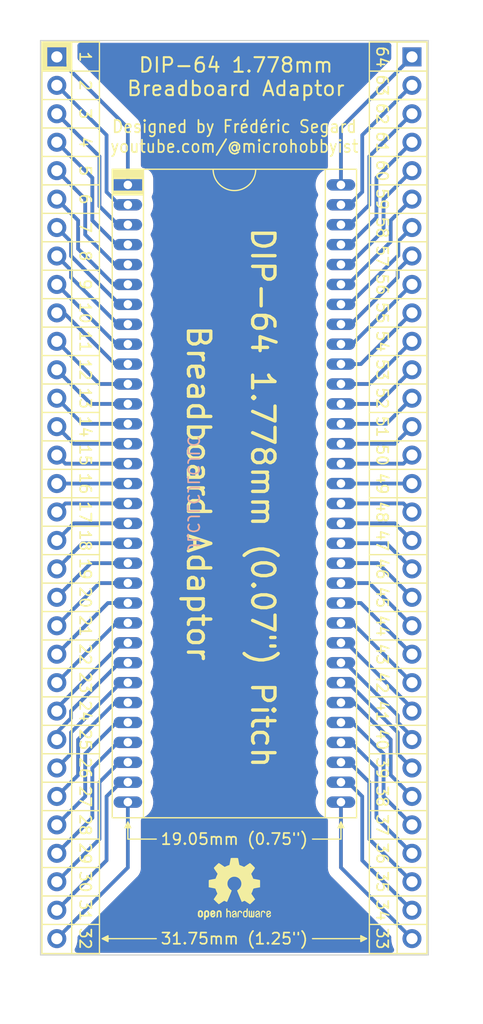
<source format=kicad_pcb>
(kicad_pcb (version 20221018) (generator pcbnew)
  (title_block (title "1.778 to 2.54 DIP adaptor") (date "2023-08-26") (rev "1") (company "Frédéric Segard") (comment 1 "@microhobbyist"))
  (layers (0 "F.Cu" signal) (31 "B.Cu" signal) (34 "B.Paste" user) (35 "F.Paste" user) (36 "B.SilkS" user "B.Silkscreen") (37 "F.SilkS" user "F.Silkscreen") (38 "B.Mask" user) (39 "F.Mask" user) (44 "Edge.Cuts" user))
  (net 0 "")
  (net 1 "/1")
  (net 2 "/2")
  (net 3 "/3")
  (net 4 "/4")
  (net 5 "/5")
  (net 6 "/6")
  (net 7 "/7")
  (net 8 "/8")
  (net 9 "/9")
  (net 10 "/10")
  (net 11 "/11")
  (net 12 "/12")
  (net 13 "/13")
  (net 14 "/14")
  (net 15 "/15")
  (net 16 "/16")
  (net 17 "/17")
  (net 18 "/18")
  (net 19 "/19")
  (net 20 "/20")
  (net 21 "/21")
  (net 22 "/22")
  (net 23 "/23")
  (net 24 "/24")
  (net 25 "/25")
  (net 26 "/26")
  (net 27 "/27")
  (net 28 "/28")
  (net 29 "/29")
  (net 30 "/30")
  (net 31 "/31")
  (net 32 "/32")
  (net 33 "/64")
  (net 34 "/63")
  (net 35 "/62")
  (net 36 "/61")
  (net 37 "/60")
  (net 38 "/59")
  (net 39 "/58")
  (net 40 "/57")
  (net 41 "/56")
  (net 42 "/55")
  (net 43 "/54")
  (net 44 "/53")
  (net 45 "/52")
  (net 46 "/51")
  (net 47 "/50")
  (net 48 "/49")
  (net 49 "/48")
  (net 50 "/47")
  (net 51 "/46")
  (net 52 "/45")
  (net 53 "/44")
  (net 54 "/43")
  (net 55 "/42")
  (net 56 "/41")
  (net 57 "/40")
  (net 58 "/39")
  (net 59 "/38")
  (net 60 "/37")
  (net 61 "/36")
  (net 62 "/35")
  (net 63 "/34")
  (net 64 "/33")
  (footprint "0_Library:DIP 64 1.778 pitch" (layer "F.Cu") (at 118.11 57.15)
    (fp_text reference "U1" hide)
    (fp_text value "DIP-64 1.778mm (0.07\") Pitch" hide)
  )
  (footprint "Connector_PinHeader_2.54mm:PinHeader_1x32_P2.54mm_Vertical" (layer "F.Cu") (at 143.51 45.72)
    (fp_text reference "J2" hide)
    (fp_text value "Header" hide)
  )
  (footprint "Connector_PinHeader_2.54mm:PinHeader_1x32_P2.54mm_Vertical" (layer "F.Cu") (at 111.76 45.72)
    (fp_text reference "J1" hide)
    (fp_text value "Header" hide)
  )
  (footprint "Symbol:OSHW-Logo2_7.3x6mm_SilkScreen" (layer "F.Cu") (at 127.635 120.015)
    (fp_text reference "REF1" hide)
    (fp_text value "OSHW-Logo2_7.3x6mm_SilkScreen" hide)
  )
  (gr_line (start 144.78 118.11) (end 139.7 118.11) (stroke (width 0.12)) (layer "F.SilkS"))
  (gr_line (start 110.49 54.61) (end 115.57 54.61) (stroke (width 0.12)) (layer "F.SilkS"))
  (gr_line (start 110.49 97.79) (end 115.57 97.79) (stroke (width 0.12)) (layer "F.SilkS"))
  (gr_line (start 115.824 124.46) (end 116.332 124.333) (stroke (width 0.12)) (layer "F.SilkS"))
  (gr_line (start 110.49 100.33) (end 115.57 100.33) (stroke (width 0.12)) (layer "F.SilkS"))
  (gr_line (start 110.49 115.57) (end 115.57 115.57) (stroke (width 0.12)) (layer "F.SilkS"))
  (gr_line (start 144.8308 46.99) (end 139.7 46.99) (stroke (width 0.12)) (layer "F.SilkS"))
  (gr_line (start 113.09 46.99) (end 113.09 44.39) (stroke (width 0.12)) (layer "F.SilkS"))
  (gr_line (start 144.78 72.39) (end 139.7 72.39) (stroke (width 0.12)) (layer "F.SilkS"))
  (gr_line (start 110.49 107.95) (end 115.57 107.95) (stroke (width 0.12)) (layer "F.SilkS"))
  (gr_line (start 116.713 56.1594) (end 119.507 56.1594) (stroke (width 0.12)) (layer "F.SilkS"))
  (gr_line (start 136.906 114.554) (end 137.16 114.046) (stroke (width 0.12)) (layer "F.SilkS"))
  (gr_line (start 117.856 114.554) (end 118.11 114.046) (stroke (width 0.12)) (layer "F.SilkS"))
  (gr_line (start 110.6424 46.8122) (end 112.8776 46.8122) (stroke (width 0.4)) (layer "F.SilkS"))
  (gr_line (start 110.49 57.15) (end 115.57 57.15) (stroke (width 0.12)) (layer "F.SilkS"))
  (gr_line (start 110.49 87.63) (end 115.57 87.63) (stroke (width 0.12)) (layer "F.SilkS"))
  (gr_line (start 116.713 57.9374) (end 119.507 57.9374) (stroke (width 0.12)) (layer "F.SilkS"))
  (gr_line (start 144.78 120.65) (end 139.7 120.65) (stroke (width 0.12)) (layer "F.SilkS"))
  (gr_line (start 144.78 67.31) (end 139.7 67.31) (stroke (width 0.12)) (layer "F.SilkS"))
  (gr_line (start 144.78 107.95) (end 139.7 107.95) (stroke (width 0.12)) (layer "F.SilkS"))
  (gr_line (start 116.713 56.4642) (end 119.507 56.4642) (stroke (width 0.12)) (layer "F.SilkS"))
  (gr_line (start 144.78 77.47) (end 139.7 77.47) (stroke (width 0.12)) (layer "F.SilkS"))
  (gr_line (start 144.78 100.33) (end 139.7 100.33) (stroke (width 0.12)) (layer "F.SilkS"))
  (gr_line (start 144.78 74.93) (end 139.7 74.93) (stroke (width 0.12)) (layer "F.SilkS"))
  (gr_line (start 110.49 49.53) (end 115.57 49.53) (stroke (width 0.12)) (layer "F.SilkS"))
  (gr_line (start 138.938 124.714) (end 139.446 124.46) (stroke (width 0.12)) (layer "F.SilkS"))
  (gr_line (start 134.62 115.57) (end 137.16 115.57) (stroke (width 0.12)) (layer "F.SilkS"))
  (gr_line (start 116.332 124.714) (end 116.332 124.206) (stroke (width 0.12)) (layer "F.SilkS"))
  (gr_line (start 134.62 124.46) (end 139.446 124.46) (stroke (width 0.12)) (layer "F.SilkS"))
  (gr_line (start 118.11 114.046) (end 118.364 114.554) (stroke (width 0.12)) (layer "F.SilkS"))
  (gr_line (start 116.332 124.206) (end 115.824 124.46) (stroke (width 0.12)) (layer "F.SilkS"))
  (gr_line (start 144.78 85.09) (end 139.7 85.09) (stroke (width 0.12)) (layer "F.SilkS"))
  (gr_line (start 144.78 92.71) (end 139.7 92.71) (stroke (width 0.12)) (layer "F.SilkS"))
  (gr_line (start 110.49 123.19) (end 115.57 123.19) (stroke (width 0.12)) (layer "F.SilkS"))
  (gr_line (start 118.11 115.57) (end 118.11 114.046) (stroke (width 0.12)) (layer "F.SilkS"))
  (gr_line (start 112.8776 46.8122) (end 112.8776 44.577) (stroke (width 0.4)) (layer "F.SilkS"))
  (gr_line (start 116.332 124.587) (end 115.824 124.46) (stroke (width 0.12)) (layer "F.SilkS"))
  (gr_line (start 139.446 124.46) (end 138.938 124.206) (stroke (width 0.12)) (layer "F.SilkS"))
  (gr_line (start 110.49 105.41) (end 115.57 105.41) (stroke (width 0.12)) (layer "F.SilkS"))
  (gr_line (start 139.7 44.39) (end 139.7 125.79) (stroke (width 0.12)) (layer "F.SilkS"))
  (gr_line (start 144.78 115.57) (end 139.7 115.57) (stroke (width 0.12)) (layer "F.SilkS"))
  (gr_line (start 110.49 59.69) (end 115.57 59.69) (stroke (width 0.12)) (layer "F.SilkS"))
  (gr_line (start 144.78 87.63) (end 139.7 87.63) (stroke (width 0.12)) (layer "F.SilkS"))
  (gr_line (start 110.49 64.77) (end 115.57 64.77) (stroke (width 0.12)) (layer "F.SilkS"))
  (gr_line (start 144.78 80.01) (end 139.7 80.01) (stroke (width 0.12)) (layer "F.SilkS"))
  (gr_line (start 144.78 95.25) (end 139.7 95.25) (stroke (width 0.12)) (layer "F.SilkS"))
  (gr_line (start 118.11 114.046) (end 118.237 114.554) (stroke (width 0.12)) (layer "F.SilkS"))
  (gr_line (start 116.713 57.7342) (end 119.507 57.7342) (stroke (width 0.12)) (layer "F.SilkS"))
  (gr_line (start 118.11 114.046) (end 117.983 114.554) (stroke (width 0.12)) (layer "F.SilkS"))
  (gr_line (start 110.49 95.25) (end 115.57 95.25) (stroke (width 0.12)) (layer "F.SilkS"))
  (gr_line (start 115.57 44.39) (end 115.57 125.79) (stroke (width 0.12)) (layer "F.SilkS"))
  (gr_line (start 142.18 45.72) (end 142.18 46.99) (stroke (width 0.12)) (layer "F.SilkS"))
  (gr_line (start 137.16 114.046) (end 137.033 114.554) (stroke (width 0.12)) (layer "F.SilkS"))
  (gr_line (start 110.49 62.23) (end 115.57 62.23) (stroke (width 0.12)) (layer "F.SilkS"))
  (gr_line (start 110.49 67.31) (end 115.57 67.31) (stroke (width 0.12)) (layer "F.SilkS"))
  (gr_line (start 144.78 62.23) (end 139.7 62.23) (stroke (width 0.12)) (layer "F.SilkS"))
  (gr_line (start 138.938 124.206) (end 139.446 124.46) (stroke (width 0.12)) (layer "F.SilkS"))
  (gr_line (start 113.09 44.39) (end 115.57 44.39) (stroke (width 0.12)) (layer "F.SilkS"))
  (gr_line (start 144.78 113.03) (end 139.7 113.03) (stroke (width 0.12)) (layer "F.SilkS"))
  (gr_line (start 144.78 105.41) (end 139.7 105.41) (stroke (width 0.12)) (layer "F.SilkS"))
  (gr_line (start 144.78 54.61) (end 139.7 54.61) (stroke (width 0.12)) (layer "F.SilkS"))
  (gr_line (start 110.49 120.65) (end 115.57 120.65) (stroke (width 0.12)) (layer "F.SilkS"))
  (gr_line (start 144.78 52.07) (end 139.7 52.07) (stroke (width 0.12)) (layer "F.SilkS"))
  (gr_line (start 116.713 56.261) (end 119.507 56.261) (stroke (width 0.12)) (layer "F.SilkS"))
  (gr_line (start 110.49 82.55) (end 115.57 82.55) (stroke (width 0.12)) (layer "F.SilkS"))
  (gr_line (start 139.7 44.39) (end 144.84 44.39) (stroke (width 0.12)) (layer "F.SilkS"))
  (gr_line (start 137.16 115.57) (end 137.16 114.046) (stroke (width 0.12)) (layer "F.SilkS"))
  (gr_line (start 116.713 56.5658) (end 119.507 56.5658) (stroke (width 0.12)) (layer "F.SilkS"))
  (gr_line (start 110.49 77.47) (end 115.57 77.47) (stroke (width 0.12)) (layer "F.SilkS"))
  (gr_line (start 110.43 46.99) (end 110.43 45.6946) (stroke (width 0.12)) (layer "F.SilkS"))
  (gr_line (start 119.4562 57.7342) (end 119.4562 56.5404) (stroke (width 0.12)) (layer "F.SilkS"))
  (gr_line (start 112.6998 46.6598) (end 112.6998 44.7802) (stroke (width 0.15)) (layer "F.SilkS"))
  (gr_line (start 137.16 114.046) (end 137.287 114.554) (stroke (width 0.12)) (layer "F.SilkS"))
  (gr_line (start 118.364 114.554) (end 117.856 114.554) (stroke (width 0.12)) (layer "F.SilkS"))
  (gr_line (start 110.49 52.07) (end 115.57 52.07) (stroke (width 0.12)) (layer "F.SilkS"))
  (gr_line (start 110.49 110.49) (end 115.57 110.49) (stroke (width 0.12)) (layer "F.SilkS"))
  (gr_line (start 144.78 110.49) (end 139.7 110.49) (stroke (width 0.12)) (layer "F.SilkS"))
  (gr_line (start 116.713 55.8546) (end 119.507 55.8546) (stroke (width 0.12)) (layer "F.SilkS"))
  (gr_line (start 110.49 80.01) (end 115.57 80.01) (stroke (width 0.12)) (layer "F.SilkS"))
  (gr_line (start 139.446 124.46) (end 138.938 124.333) (stroke (width 0.12)) (layer "F.SilkS"))
  (gr_line (start 116.713 57.8358) (end 119.507 57.8358) (stroke (width 0.12)) (layer "F.SilkS"))
  (gr_line (start 137.16 114.046) (end 137.414 114.554) (stroke (width 0.12)) (layer "F.SilkS"))
  (gr_line (start 144.78 82.55) (end 139.7 82.55) (stroke (width 0.12)) (layer "F.SilkS"))
  (gr_line (start 142.18 125.79) (end 139.7 125.79) (stroke (width 0.12)) (layer "F.SilkS"))
  (gr_line (start 110.49 69.85) (end 115.57 69.85) (stroke (width 0.12)) (layer "F.SilkS"))
  (gr_line (start 110.49 85.09) (end 115.57 85.09) (stroke (width 0.12)) (layer "F.SilkS"))
  (gr_line (start 116.713 56.0578) (end 119.507 56.0578) (stroke (width 0.12)) (layer "F.SilkS"))
  (gr_line (start 144.84 46.99) (end 144.84 44.39) (stroke (width 0.12)) (layer "F.SilkS"))
  (gr_line (start 115.57 46.99) (end 113.09 46.99) (stroke (width 0.12)) (layer "F.SilkS"))
  (gr_line (start 144.78 49.53) (end 139.7 49.53) (stroke (width 0.15)) (layer "F.SilkS"))
  (gr_line (start 144.78 97.79) (end 139.7 97.79) (stroke (width 0.12)) (layer "F.SilkS"))
  (gr_line (start 116.713 55.9562) (end 119.507 55.9562) (stroke (width 0.12)) (layer "F.SilkS"))
  (gr_line (start 112.8776 44.577) (end 110.6424 44.577) (stroke (width 0.4)) (layer "F.SilkS"))
  (gr_line (start 116.713 56.3626) (end 119.507 56.3626) (stroke (width 0.12)) (layer "F.SilkS"))
  (gr_line (start 110.49 92.71) (end 115.57 92.71) (stroke (width 0.12)) (layer "F.SilkS"))
  (gr_line (start 138.938 124.587) (end 139.446 124.46) (stroke (width 0.12)) (layer "F.SilkS"))
  (gr_line (start 116.7638 57.7723) (end 116.7638 56.5785) (stroke (width 0.12)) (layer "F.SilkS"))
  (gr_line (start 144.78 64.77) (end 139.7 64.77) (stroke (width 0.12)) (layer "F.SilkS"))
  (gr_line (start 116.713 58.039) (end 119.507 58.039) (stroke (width 0.12)) (layer "F.SilkS"))
  (gr_line (start 113.09 125.79) (end 115.57 125.79) (stroke (width 0.12)) (layer "F.SilkS"))
  (gr_line (start 111.76 44.39) (end 113.09 44.39) (stroke (width 0.12)) (layer "F.SilkS"))
  (gr_line (start 110.49 72.39) (end 115.57 72.39) (stroke (width 0.12)) (layer "F.SilkS"))
  (gr_line (start 110.8202 44.7802) (end 110.8202 46.6598) (stroke (width 0.15)) (layer "F.SilkS"))
  (gr_line (start 144.78 90.17) (end 139.7 90.17) (stroke (width 0.12)) (layer "F.SilkS"))
  (gr_line (start 110.8202 46.6598) (end 112.6998 46.6598) (stroke (width 0.15)) (layer "F.SilkS"))
  (gr_line (start 110.6424 44.577) (end 110.6424 46.8122) (stroke (width 0.4)) (layer "F.SilkS"))
  (gr_line (start 110.49 74.93) (end 115.57 74.93) (stroke (width 0.12)) (layer "F.SilkS"))
  (gr_line (start 144.78 69.85) (end 139.7 69.85) (stroke (width 0.12)) (layer "F.SilkS"))
  (gr_line (start 110.49 102.87) (end 115.57 102.87) (stroke (width 0.12)) (layer "F.SilkS"))
  (gr_line (start 120.65 124.46) (end 115.824 124.46) (stroke (width 0.12)) (layer "F.SilkS"))
  (gr_line (start 144.78 59.69) (end 139.7 59.69) (stroke (width 0.12)) (layer "F.SilkS"))
  (gr_line (start 120.65 115.57) (end 118.11 115.57) (stroke (width 0.12)) (layer "F.SilkS"))
  (gr_line (start 112.6998 44.7802) (end 110.8202 44.7802) (stroke (width 0.15)) (layer "F.SilkS"))
  (gr_line (start 144.78 57.15) (end 139.7 57.15) (stroke (width 0.12)) (layer "F.SilkS"))
  (gr_line (start 110.49 118.11) (end 115.57 118.11) (stroke (width 0.12)) (layer "F.SilkS"))
  (gr_line (start 115.824 124.46) (end 116.332 124.714) (stroke (width 0.12)) (layer "F.SilkS"))
  (gr_line (start 138.938 124.714) (end 138.938 124.206) (stroke (width 0.12)) (layer "F.SilkS"))
  (gr_line (start 110.49 113.03) (end 115.57 113.03) (stroke (width 0.12)) (layer "F.SilkS"))
  (gr_line (start 137.414 114.554) (end 136.906 114.554) (stroke (width 0.12)) (layer "F.SilkS"))
  (gr_line (start 144.78 123.19) (end 139.7 123.19) (stroke (width 0.12)) (layer "F.SilkS"))
  (gr_line (start 110.49 90.17) (end 115.57 90.17) (stroke (width 0.12)) (layer "F.SilkS"))
  (gr_line (start 144.78 102.87) (end 139.7 102.87) (stroke (width 0.12)) (layer "F.SilkS"))
  (gr_line (start 110.2995 44.2595) (end 144.9705 44.2595) (stroke (width 0.1)) (layer "Edge.Cuts"))
  (gr_line (start 110.2995 125.9205) (end 110.2995 44.2595) (stroke (width 0.1)) (layer "Edge.Cuts"))
  (gr_line (start 144.9705 44.2595) (end 144.9705 125.9205) (stroke (width 0.1)) (layer "Edge.Cuts"))
  (gr_line (start 144.9705 125.9205) (end 110.2995 125.9205) (stroke (width 0.1)) (layer "Edge.Cuts"))
  (gr_text "JLCJLCJLCJLC" (at 123.952 84.709 270) (layer "B.SilkS") (effects (font (size 1 1)) (justify mirror)))
  (gr_text "27" (at 114.3 111.76 270) (layer "F.SilkS") (effects (font (size 1 1))))
  (gr_text "32" (at 114.3 124.46 270) (layer "F.SilkS") (effects (font (size 1 1))))
  (gr_text "52" (at 140.843 76.2 270) (layer "F.SilkS") (effects (font (size 1 1))))
  (gr_text "30" (at 114.3 119.38 270) (layer "F.SilkS") (effects (font (size 1 1))))
  (gr_text "46" (at 140.843 91.44 270) (layer "F.SilkS") (effects (font (size 1 1))))
  (gr_text "Designed by Frédéric Segard\nyoutube.com/@microhobbyist" (at 127.635 52.832) (layer "F.SilkS") (effects (font (size 1.1 1))))
  (gr_text "33" (at 140.843 124.46 270) (layer "F.SilkS") (effects (font (size 1 1))))
  (gr_text "28" (at 114.3 114.3 270) (layer "F.SilkS") (effects (font (size 1 1))))
  (gr_text "5" (at 114.3 55.88 270) (layer "F.SilkS") (effects (font (size 1 1))))
  (gr_text "57" (at 140.843 63.5 270) (layer "F.SilkS") (effects (font (size 1 1))))
  (gr_text "61" (at 140.843 53.34 270) (layer "F.SilkS") (effects (font (size 1 1))))
  (gr_text "15" (at 114.3 81.28 270) (layer "F.SilkS") (effects (font (size 1 1))))
  (gr_text "4" (at 114.3 53.34 270) (layer "F.SilkS") (effects (font (size 1 1))))
  (gr_text "64" (at 140.843 45.72 270) (layer "F.SilkS") (effects (font (size 1 1))))
  (gr_text "1" (at 114.3 45.72 270) (layer "F.SilkS") (effects (font (size 1 1))))
  (gr_text "55" (at 140.843 68.58 270) (layer "F.SilkS") (effects (font (size 1 1))))
  (gr_text "19" (at 114.3 91.44 270) (layer "F.SilkS") (effects (font (size 1 1))))
  (gr_text "58" (at 140.843 60.96 270) (layer "F.SilkS") (effects (font (size 1 1))))
  (gr_text "56" (at 140.843 66.04 270) (layer "F.SilkS") (effects (font (size 1 1))))
  (gr_text "62" (at 140.843 50.8 270) (layer "F.SilkS") (effects (font (size 1 1))))
  (gr_text "21" (at 114.3 96.52 270) (layer "F.SilkS") (effects (font (size 1 1))))
  (gr_text "63" (at 140.843 48.26 270) (layer "F.SilkS") (effects (font (size 1 1))))
  (gr_text "29" (at 114.3 116.84 270) (layer "F.SilkS") (effects (font (size 1 1))))
  (gr_text "42" (at 140.843 101.6 270) (layer "F.SilkS") (effects (font (size 1 1))))
  (gr_text "45" (at 140.843 93.98 270) (layer "F.SilkS") (effects (font (size 1 1))))
  (gr_text "41" (at 140.843 104.14 270) (layer "F.SilkS") (effects (font (size 1 1))))
  (gr_text "17" (at 114.3 86.36 270) (layer "F.SilkS") (effects (font (size 1 1))))
  (gr_text "16" (at 114.3 83.82 270) (layer "F.SilkS") (effects (font (size 1 1))))
  (gr_text "49" (at 140.843 83.82 270) (layer "F.SilkS") (effects (font (size 1 1))))
  (gr_text "50" (at 140.843 81.28 270) (layer "F.SilkS") (effects (font (size 1 1))))
  (gr_text "24" (at 114.3 104.14 270) (layer "F.SilkS") (effects (font (size 1 1))))
  (gr_text "47" (at 140.843 88.9 270) (layer "F.SilkS") (effects (font (size 1 1))))
  (gr_text "38" (at 140.843 111.76 270) (layer "F.SilkS") (effects (font (size 1 1))))
  (gr_text "31" (at 114.3 121.92 270) (layer "F.SilkS") (effects (font (size 1 1))))
  (gr_text "48" (at 140.843 86.36 270) (layer "F.SilkS") (effects (font (size 1 1))))
  (gr_text "36" (at 140.843 116.84 270) (layer "F.SilkS") (effects (font (size 1 1))))
  (gr_text "53" (at 140.843 73.66 270) (layer "F.SilkS") (effects (font (size 1 1))))
  (gr_text "43" (at 140.843 99.06 270) (layer "F.SilkS") (effects (font (size 1 1))))
  (gr_text "37" (at 140.843 114.3 270) (layer "F.SilkS") (effects (font (size 1 1))))
  (gr_text "60" (at 140.843 55.88 270) (layer "F.SilkS") (effects (font (size 1 1))))
  (gr_text "31.75mm (1.25{dblquote})" (at 127.635 124.46) (layer "F.SilkS") (effects (font (size 1 1))))
  (gr_text "35" (at 140.843 119.38 270) (layer "F.SilkS") (effects (font (size 1 1))))
  (gr_text "59" (at 140.843 58.42 270) (layer "F.SilkS") (effects (font (size 1 1))))
  (gr_text "8" (at 114.3 63.5 270) (layer "F.SilkS") (effects (font (size 1 1))))
  (gr_text "54" (at 140.843 71.12 270) (layer "F.SilkS") (effects (font (size 1 1))))
  (gr_text "22" (at 114.3 99.06 270) (layer "F.SilkS") (effects (font (size 1 1))))
  (gr_text "14" (at 114.3 78.74 270) (layer "F.SilkS") (effects (font (size 1 1))))
  (gr_text "51" (at 140.843 78.74 270) (layer "F.SilkS") (effects (font (size 1 1))))
  (gr_text "3" (at 114.3 50.8 270) (layer "F.SilkS") (effects (font (size 1 1))))
  (gr_text "6" (at 114.3 58.42 270) (layer "F.SilkS") (effects (font (size 1 1))))
  (gr_text "18" (at 114.3 88.9 270) (layer "F.SilkS") (effects (font (size 1 1))))
  (gr_text "39" (at 140.843 109.22 270) (layer "F.SilkS") (effects (font (size 1 1))))
  (gr_text "25" (at 114.3 106.68 270) (layer "F.SilkS") (effects (font (size 1 1))))
  (gr_text "13" (at 114.3 76.2 270) (layer "F.SilkS") (effects (font (size 1 1))))
  (gr_text "26" (at 114.3 109.22 270) (layer "F.SilkS") (effects (font (size 1 1))))
  (gr_text "11" (at 114.3 71.12 270) (layer "F.SilkS") (effects (font (size 1 1))))
  (gr_text "23" (at 114.3 101.6 270) (layer "F.SilkS") (effects (font (size 1 1))))
  (gr_text "7" (at 114.3 60.96 270) (layer "F.SilkS") (effects (font (size 1 1))))
  (gr_text "20" (at 114.3 93.98 270) (layer "F.SilkS") (effects (font (size 1 1))))
  (gr_text "12" (at 114.3 73.66 270) (layer "F.SilkS") (effects (font (size 1 1))))
  (gr_text "2" (at 114.3 48.26 270) (layer "F.SilkS") (effects (font (size 1 1))))
  (gr_text "44" (at 140.843 96.52 270) (layer "F.SilkS") (effects (font (size 1 1))))
  (gr_text "Breadboard Adaptor" (at 124.4346 84.6836 270) (layer "F.SilkS") (effects (font (size 2 2) (thickness 0.3))))
  (gr_text "DIP-64 1.778mm (0.07{dblquote}) Pitch" (at 130.175 85.09 270) (layer "F.SilkS") (effects (font (size 2 2) (thickness 0.3))))
  (gr_text "34" (at 140.843 121.92 270) (layer "F.SilkS") (effects (font (size 1 1))))
  (gr_text "9" (at 114.3 66.04 270) (layer "F.SilkS") (effects (font (size 1 1))))
  (gr_text "10" (at 114.3 68.58 270) (layer "F.SilkS") (effects (font (size 1 1))))
  (gr_text "40" (at 140.843 106.68 270) (layer "F.SilkS") (effects (font (size 1 1))))
  (gr_text "DIP-64 1.778mm\nBreadboard Adaptor" (at 127.762 47.498) (layer "F.SilkS") (effects (font (size 1.3 1.3) (thickness 0.18))))
  (gr_text "19.05mm (0.75{dblquote})" (at 127.635 115.57) (layer "F.SilkS") (effects (font (size 1 1))))
  (segment (start 118.11 57.15) (end 118.11 52.07) (width 0.333) (layer "F.Cu") (net 1))
  (segment (start 118.11 52.07) (end 111.76 45.72) (width 0.333) (layer "F.Cu") (net 1))
  (segment (start 111.76 45.72) (end 118.11 52.07) (width 0.333) (layer "B.Cu") (net 1))
  (segment (start 118.11 52.07) (end 118.11 57.15) (width 0.333) (layer "B.Cu") (net 1))
  (segment (start 118.11 58.928) (end 117.348 58.928) (width 0.333) (layer "F.Cu") (net 2))
  (segment (start 116.205 52.705) (end 111.76 48.26) (width 0.333) (layer "F.Cu") (net 2))
  (segment (start 116.205 57.785) (end 116.205 52.705) (width 0.333) (layer "F.Cu") (net 2))
  (segment (start 117.348 58.928) (end 116.205 57.785) (width 0.333) (layer "F.Cu") (net 2))
  (segment (start 116.205 52.705) (end 116.205 57.785) (width 0.333) (layer "B.Cu") (net 2))
  (segment (start 117.348 58.928) (end 118.11 58.928) (width 0.333) (layer "B.Cu") (net 2))
  (segment (start 116.205 57.785) (end 117.348 58.928) (width 0.333) (layer "B.Cu") (net 2))
  (segment (start 111.76 48.26) (end 116.205 52.705) (width 0.333) (layer "B.Cu") (net 2))
  (segment (start 115.57 59.055) (end 117.221 60.706) (width 0.333) (layer "F.Cu") (net 3))
  (segment (start 111.76 50.8) (end 115.57 54.61) (width 0.333) (layer "F.Cu") (net 3))
  (segment (start 115.57 54.61) (end 115.57 59.055) (width 0.333) (layer "F.Cu") (net 3))
  (segment (start 117.221 60.706) (end 118.11 60.706) (width 0.333) (layer "F.Cu") (net 3))
  (segment (start 115.57 59.055) (end 117.221 60.706) (width 0.333) (layer "B.Cu") (net 3))
  (segment (start 115.57 54.61) (end 111.76 50.8) (width 0.333) (layer "B.Cu") (net 3))
  (segment (start 115.57 54.61) (end 115.57 59.055) (width 0.333) (layer "B.Cu") (net 3))
  (segment (start 117.221 60.706) (end 118.11 60.706) (width 0.333) (layer "B.Cu") (net 3))
  (segment (start 114.935 56.515) (end 114.935 60.325) (width 0.333) (layer "F.Cu") (net 4))
  (segment (start 114.935 60.325) (end 117.094 62.484) (width 0.333) (layer "F.Cu") (net 4))
  (segment (start 111.76 53.34) (end 114.935 56.515) (width 0.333) (layer "F.Cu") (net 4))
  (segment (start 117.094 62.484) (end 118.11 62.484) (width 0.333) (layer "F.Cu") (net 4))
  (segment (start 114.935 60.325) (end 114.935 56.515) (width 0.333) (layer "B.Cu") (net 4))
  (segment (start 117.094 62.484) (end 114.935 60.325) (width 0.333) (layer "B.Cu") (net 4))
  (segment (start 118.11 62.484) (end 117.094 62.484) (width 0.333) (layer "B.Cu") (net 4))
  (segment (start 114.935 56.515) (end 111.76 53.34) (width 0.333) (layer "B.Cu") (net 4))
  (segment (start 116.967 64.262) (end 118.11 64.262) (width 0.333) (layer "F.Cu") (net 5))
  (segment (start 114.3 61.595) (end 116.967 64.262) (width 0.333) (layer "F.Cu") (net 5))
  (segment (start 114.3 58.42) (end 114.3 61.595) (width 0.333) (layer "F.Cu") (net 5))
  (segment (start 111.76 55.88) (end 114.3 58.42) (width 0.333) (layer "F.Cu") (net 5))
  (segment (start 116.967 64.262) (end 114.3 61.595) (width 0.333) (layer "B.Cu") (net 5))
  (segment (start 114.3 58.42) (end 111.76 55.88) (width 0.333) (layer "B.Cu") (net 5))
  (segment (start 118.11 64.262) (end 116.967 64.262) (width 0.333) (layer "B.Cu") (net 5))
  (segment (start 114.3 61.595) (end 114.3 58.42) (width 0.333) (layer "B.Cu") (net 5))
  (segment (start 111.76 58.42) (end 113.665 60.325) (width 0.333) (layer "F.Cu") (net 6))
  (segment (start 113.665 62.865) (end 116.84 66.04) (width 0.333) (layer "F.Cu") (net 6))
  (segment (start 113.665 60.325) (end 113.665 62.865) (width 0.333) (layer "F.Cu") (net 6))
  (segment (start 116.84 66.04) (end 118.11 66.04) (width 0.333) (layer "F.Cu") (net 6))
  (segment (start 116.84 66.04) (end 113.665 62.865) (width 0.333) (layer "B.Cu") (net 6))
  (segment (start 118.11 66.04) (end 116.84 66.04) (width 0.333) (layer "B.Cu") (net 6))
  (segment (start 113.665 60.325) (end 111.76 58.42) (width 0.333) (layer "B.Cu") (net 6))
  (segment (start 113.665 62.865) (end 113.665 60.325) (width 0.333) (layer "B.Cu") (net 6))
  (segment (start 113.03 62.23) (end 113.03 63.5) (width 0.333) (layer "F.Cu") (net 7))
  (segment (start 117.348 67.818) (end 118.11 67.818) (width 0.333) (layer "F.Cu") (net 7))
  (segment (start 113.03 63.5) (end 117.348 67.818) (width 0.333) (layer "F.Cu") (net 7))
  (segment (start 111.76 60.96) (end 113.03 62.23) (width 0.333) (layer "F.Cu") (net 7))
  (segment (start 113.03 62.23) (end 113.03 63.5) (width 0.333) (layer "B.Cu") (net 7))
  (segment (start 113.03 63.5) (end 117.348 67.818) (width 0.333) (layer "B.Cu") (net 7))
  (segment (start 111.76 60.96) (end 113.03 62.23) (width 0.333) (layer "B.Cu") (net 7))
  (segment (start 117.348 67.818) (end 118.11 67.818) (width 0.333) (layer "B.Cu") (net 7))
  (segment (start 111.76 63.5) (end 113.03 64.77) (width 0.333) (layer "F.Cu") (net 8))
  (segment (start 117.221 69.596) (end 118.11 69.596) (width 0.333) (layer "F.Cu") (net 8))
  (segment (start 113.03 65.405) (end 117.221 69.596) (width 0.333) (layer "F.Cu") (net 8))
  (segment (start 113.03 64.77) (end 113.03 65.405) (width 0.333) (layer "F.Cu") (net 8))
  (segment (start 111.76 63.5) (end 113.03 64.77) (width 0.333) (layer "B.Cu") (net 8))
  (segment (start 118.11 69.596) (end 117.221 69.596) (width 0.333) (layer "B.Cu") (net 8))
  (segment (start 113.03 65.405) (end 113.03 64.77) (width 0.333) (layer "B.Cu") (net 8))
  (segment (start 117.221 69.596) (end 113.03 65.405) (width 0.333) (layer "B.Cu") (net 8))
  (segment (start 117.094 71.374) (end 118.11 71.374) (width 0.333) (layer "F.Cu") (net 9))
  (segment (start 111.76 66.04) (end 117.094 71.374) (width 0.333) (layer "F.Cu") (net 9))
  (segment (start 111.76 66.04) (end 117.094 71.374) (width 0.333) (layer "B.Cu") (net 9))
  (segment (start 117.094 71.374) (end 118.11 71.374) (width 0.333) (layer "B.Cu") (net 9))
  (segment (start 116.967 73.152) (end 118.11 73.152) (width 0.333) (layer "F.Cu") (net 10))
  (segment (start 112.395 68.58) (end 116.967 73.152) (width 0.333) (layer "F.Cu") (net 10))
  (segment (start 111.76 68.58) (end 112.395 68.58) (width 0.333) (layer "F.Cu") (net 10))
  (segment (start 116.967 73.152) (end 112.395 68.58) (width 0.333) (layer "B.Cu") (net 10))
  (segment (start 112.395 68.58) (end 111.76 68.58) (width 0.333) (layer "B.Cu") (net 10))
  (segment (start 118.11 73.152) (end 116.967 73.152) (width 0.333) (layer "B.Cu") (net 10))
  (segment (start 111.76 71.12) (end 115.57 74.93) (width 0.333) (layer "F.Cu") (net 11))
  (segment (start 115.57 74.93) (end 118.11 74.93) (width 0.333) (layer "F.Cu") (net 11))
  (segment (start 115.57 74.93) (end 118.11 74.93) (width 0.333) (layer "B.Cu") (net 11))
  (segment (start 111.76 71.12) (end 115.57 74.93) (width 0.333) (layer "B.Cu") (net 11))
  (segment (start 114.808 76.708) (end 118.11 76.708) (width 0.333) (layer "F.Cu") (net 12))
  (segment (start 111.76 73.66) (end 114.808 76.708) (width 0.333) (layer "F.Cu") (net 12))
  (segment (start 114.808 76.708) (end 118.11 76.708) (width 0.333) (layer "B.Cu") (net 12))
  (segment (start 111.76 73.66) (end 114.808 76.708) (width 0.333) (layer "B.Cu") (net 12))
  (segment (start 111.76 76.2) (end 114.046 78.486) (width 0.333) (layer "F.Cu") (net 13))
  (segment (start 114.046 78.486) (end 118.11 78.486) (width 0.333) (layer "F.Cu") (net 13))
  (segment (start 114.046 78.486) (end 118.11 78.486) (width 0.333) (layer "B.Cu") (net 13))
  (segment (start 111.76 76.2) (end 114.046 78.486) (width 0.333) (layer "B.Cu") (net 13))
  (segment (start 113.284 80.264) (end 118.11 80.264) (width 0.333) (layer "F.Cu") (net 14))
  (segment (start 111.76 78.74) (end 113.284 80.264) (width 0.333) (layer "F.Cu") (net 14))
  (segment (start 113.284 80.264) (end 118.11 80.264) (width 0.333) (layer "B.Cu") (net 14))
  (segment (start 111.76 78.74) (end 113.284 80.264) (width 0.333) (layer "B.Cu") (net 14))
  (segment (start 118.11 82.042) (end 112.522 82.042) (width 0.333) (layer "F.Cu") (net 15))
  (segment (start 112.522 82.042) (end 111.76 81.28) (width 0.333) (layer "F.Cu") (net 15))
  (segment (start 111.76 81.28) (end 112.522 82.042) (width 0.333) (layer "B.Cu") (net 15))
  (segment (start 112.522 82.042) (end 118.11 82.042) (width 0.333) (layer "B.Cu") (net 15))
  (segment (start 118.11 83.82) (end 111.76 83.82) (width 0.333) (layer "F.Cu") (net 16))
  (segment (start 118.11 83.82) (end 111.76 83.82) (width 0.333) (layer "B.Cu") (net 16))
  (segment (start 118.11 85.598) (end 112.522 85.598) (width 0.333) (layer "F.Cu") (net 17))
  (segment (start 112.522 85.598) (end 111.76 86.36) (width 0.333) (layer "F.Cu") (net 17))
  (segment (start 112.522 85.598) (end 111.76 86.36) (width 0.333) (layer "B.Cu") (net 17))
  (segment (start 118.11 85.598) (end 112.522 85.598) (width 0.333) (layer "B.Cu") (net 17))
  (segment (start 118.11 87.376) (end 113.284 87.376) (width 0.333) (layer "F.Cu") (net 18))
  (segment (start 113.284 87.376) (end 111.76 88.9) (width 0.333) (layer "F.Cu") (net 18))
  (segment (start 118.11 87.376) (end 113.284 87.376) (width 0.333) (layer "B.Cu") (net 18))
  (segment (start 113.284 87.376) (end 111.76 88.9) (width 0.333) (layer "B.Cu") (net 18))
  (segment (start 118.11 89.154) (end 114.046 89.154) (width 0.333) (layer "F.Cu") (net 19))
  (segment (start 114.046 89.154) (end 111.76 91.44) (width 0.333) (layer "F.Cu") (net 19))
  (segment (start 118.11 89.154) (end 114.046 89.154) (width 0.333) (layer "B.Cu") (net 19))
  (segment (start 114.046 89.154) (end 111.76 91.44) (width 0.333) (layer "B.Cu") (net 19))
  (segment (start 114.808 90.932) (end 118.11 90.932) (width 0.333) (layer "F.Cu") (net 20))
  (segment (start 111.76 93.98) (end 114.808 90.932) (width 0.333) (layer "F.Cu") (net 20))
  (segment (start 114.808 90.932) (end 111.76 93.98) (width 0.333) (layer "B.Cu") (net 20))
  (segment (start 118.11 90.932) (end 114.808 90.932) (width 0.333) (layer "B.Cu") (net 20))
  (segment (start 115.57 92.71) (end 118.11 92.71) (width 0.333) (layer "F.Cu") (net 21))
  (segment (start 111.76 96.52) (end 115.57 92.71) (width 0.333) (layer "F.Cu") (net 21))
  (segment (start 118.11 92.71) (end 115.57 92.71) (width 0.333) (layer "B.Cu") (net 21))
  (segment (start 115.57 92.71) (end 111.76 96.52) (width 0.333) (layer "B.Cu") (net 21))
  (segment (start 116.332 94.488) (end 118.11 94.488) (width 0.333) (layer "F.Cu") (net 22))
  (segment (start 111.76 99.06) (end 116.332 94.488) (width 0.333) (layer "F.Cu") (net 22))
  (segment (start 118.11 94.488) (end 116.332 94.488) (width 0.333) (layer "B.Cu") (net 22))
  (segment (start 116.332 94.488) (end 111.76 99.06) (width 0.333) (layer "B.Cu") (net 22))
  (segment (start 117.094 96.266) (end 118.11 96.266) (width 0.333) (layer "F.Cu") (net 23))
  (segment (start 111.76 101.6) (end 117.094 96.266) (width 0.333) (layer "F.Cu") (net 23))
  (segment (start 118.11 96.266) (end 117.094 96.266) (width 0.333) (layer "B.Cu") (net 23))
  (segment (start 117.094 96.266) (end 111.76 101.6) (width 0.333) (layer "B.Cu") (net 23))
  (segment (start 111.76 104.14) (end 111.76 103.886) (width 0.333) (layer "F.Cu") (net 24))
  (segment (start 117.602 98.044) (end 118.11 98.044) (width 0.333) (layer "F.Cu") (net 24))
  (segment (start 111.76 103.886) (end 117.602 98.044) (width 0.333) (layer "F.Cu") (net 24))
  (segment (start 111.76 104.14) (end 111.76 103.886) (width 0.333) (layer "B.Cu") (net 24))
  (segment (start 118.11 98.044) (end 117.856 98.044) (width 0.333) (layer "B.Cu") (net 24))
  (segment (start 111.76 103.886) (end 117.602 98.044) (width 0.333) (layer "B.Cu") (net 24))
  (segment (start 117.602 98.044) (end 118.11 98.044) (width 0.25) (layer "B.Cu") (net 24))
  (segment (start 113.03 104.14) (end 117.348 99.822) (width 0.333) (layer "F.Cu") (net 25))
  (segment (start 117.348 99.822) (end 118.11 99.822) (width 0.333) (layer "F.Cu") (net 25))
  (segment (start 113.03 104.775) (end 113.03 104.14) (width 0.333) (layer "F.Cu") (net 25))
  (segment (start 111.76 106.68) (end 111.76 106.045) (width 0.333) (layer "F.Cu") (net 25))
  (segment (start 111.76 106.045) (end 113.03 104.775) (width 0.333) (layer "F.Cu") (net 25))
  (segment (start 113.03 104.775) (end 113.03 104.14) (width 0.333) (layer "B.Cu") (net 25))
  (segment (start 113.03 104.14) (end 117.348 99.822) (width 0.333) (layer "B.Cu") (net 25))
  (segment (start 111.76 106.045) (end 113.03 104.775) (width 0.333) (layer "B.Cu") (net 25))
  (segment (start 117.348 99.822) (end 118.11 99.822) (width 0.333) (layer "B.Cu") (net 25))
  (segment (start 111.76 106.68) (end 111.76 106.045) (width 0.333) (layer "B.Cu") (net 25))
  (segment (start 113.03 106.045) (end 117.475 101.6) (width 0.333) (layer "F.Cu") (net 26))
  (segment (start 111.76 109.22) (end 113.03 107.95) (width 0.333) (layer "F.Cu") (net 26))
  (segment (start 117.475 101.6) (end 118.11 101.6) (width 0.333) (layer "F.Cu") (net 26))
  (segment (start 113.03 107.95) (end 113.03 106.045) (width 0.333) (layer "F.Cu") (net 26))
  (segment (start 117.475 101.6) (end 118.11 101.6) (width 0.333) (layer "B.Cu") (net 26))
  (segment (start 113.03 107.95) (end 113.03 106.045) (width 0.333) (layer "B.Cu") (net 26))
  (segment (start 111.76 109.22) (end 113.03 107.95) (width 0.333) (layer "B.Cu") (net 26))
  (segment (start 113.03 106.045) (end 117.475 101.6) (width 0.333) (layer "B.Cu") (net 26))
  (segment (start 116.967 103.378) (end 118.11 103.378) (width 0.333) (layer "F.Cu") (net 27))
  (segment (start 113.665 109.855) (end 113.665 106.68) (width 0.333) (layer "F.Cu") (net 27))
  (segment (start 113.665 106.68) (end 116.967 103.378) (width 0.333) (layer "F.Cu") (net 27))
  (segment (start 111.76 111.76) (end 113.665 109.855) (width 0.333) (layer "F.Cu") (net 27))
  (segment (start 111.76 111.76) (end 113.665 109.855) (width 0.333) (layer "B.Cu") (net 27))
  (segment (start 113.665 109.855) (end 113.665 106.68) (width 0.333) (layer "B.Cu") (net 27))
  (segment (start 116.967 103.378) (end 118.11 103.378) (width 0.333) (layer "B.Cu") (net 27))
  (segment (start 113.665 106.68) (end 116.967 103.378) (width 0.333) (layer "B.Cu") (net 27))
  (segment (start 114.3 111.76) (end 114.3 107.95) (width 0.333) (layer "F.Cu") (net 28))
  (segment (start 111.76 114.3) (end 114.3 111.76) (width 0.333) (layer "F.Cu") (net 28))
  (segment (start 114.3 107.95) (end 117.094 105.156) (width 0.333) (layer "F.Cu") (net 28))
  (segment (start 117.094 105.156) (end 118.11 105.156) (width 0.333) (layer "F.Cu") (net 28))
  (segment (start 111.76 114.3) (end 114.3 111.76) (width 0.333) (layer "B.Cu") (net 28))
  (segment (start 117.094 105.156) (end 118.11 105.156) (width 0.333) (layer "B.Cu") (net 28))
  (segment (start 114.3 107.95) (end 117.094 105.156) (width 0.333) (layer "B.Cu") (net 28))
  (segment (start 114.3 111.76) (end 114.3 107.95) (width 0.333) (layer "B.Cu") (net 28))
  (segment (start 114.935 113.665) (end 114.935 109.22) (width 0.333) (layer "F.Cu") (net 29))
  (segment (start 114.935 109.22) (end 117.221 106.934) (width 0.333) (layer "F.Cu") (net 29))
  (segment (start 117.221 106.934) (end 118.11 106.934) (width 0.333) (layer "F.Cu") (net 29))
  (segment (start 111.76 116.84) (end 114.935 113.665) (width 0.333) (layer "F.Cu") (net 29))
  (segment (start 114.935 109.22) (end 117.221 106.934) (width 0.333) (layer "B.Cu") (net 29))
  (segment (start 117.221 106.934) (end 118.11 106.934) (width 0.333) (layer "B.Cu") (net 29))
  (segment (start 111.76 116.84) (end 114.935 113.665) (width 0.333) (layer "B.Cu") (net 29))
  (segment (start 114.935 113.665) (end 114.935 109.22) (width 0.333) (layer "B.Cu") (net 29))
  (segment (start 115.57 115.57) (end 115.57 110.49) (width 0.333) (layer "F.Cu") (net 30))
  (segment (start 117.348 108.712) (end 118.11 108.712) (width 0.333) (layer "F.Cu") (net 30))
  (segment (start 115.57 110.49) (end 117.348 108.712) (width 0.333) (layer "F.Cu") (net 30))
  (segment (start 111.76 119.38) (end 115.57 115.57) (width 0.333) (layer "F.Cu") (net 30))
  (segment (start 111.76 119.38) (end 115.57 115.57) (width 0.333) (layer "B.Cu") (net 30))
  (segment (start 115.57 110.49) (end 117.348 108.712) (width 0.333) (layer "B.Cu") (net 30))
  (segment (start 115.57 115.57) (end 115.57 110.49) (width 0.333) (layer "B.Cu") (net 30))
  (segment (start 117.348 108.712) (end 118.11 108.712) (width 0.333) (layer "B.Cu") (net 30))
  (segment (start 116.205 111.76) (end 117.475 110.49) (width 0.333) (layer "F.Cu") (net 31))
  (segment (start 117.475 110.49) (end 118.11 110.49) (width 0.333) (layer "F.Cu") (net 31))
  (segment (start 111.76 121.92) (end 116.205 117.475) (width 0.333) (layer "F.Cu") (net 31))
  (segment (start 116.205 117.475) (end 116.205 111.76) (width 0.333) (layer "F.Cu") (net 31))
  (segment (start 116.205 111.76) (end 117.475 110.49) (width 0.333) (layer "B.Cu") (net 31))
  (segment (start 111.76 121.92) (end 116.205 117.475) (width 0.333) (layer "B.Cu") (net 31))
  (segment (start 117.475 110.49) (end 118.11 110.49) (width 0.333) (layer "B.Cu") (net 31))
  (segment (start 116.205 112.17427) (end 116.205 111.76) (width 0.333) (layer "B.Cu") (net 31))
  (segment (start 116.205 117.475) (end 116.205 112.17427) (width 0.333) (layer "B.Cu") (net 31))
  (segment (start 118.11 118.11) (end 118.11 112.268) (width 0.333) (layer "F.Cu") (net 32))
  (segment (start 111.76 124.46) (end 118.11 118.11) (width 0.333) (layer "F.Cu") (net 32))
  (segment (start 118.11 118.11) (end 118.11 112.268) (width 0.333) (layer "B.Cu") (net 32))
  (segment (start 111.76 124.46) (end 118.11 118.11) (width 0.333) (layer "B.Cu") (net 32))
  (segment (start 137.16 57.15) (end 137.16 52.07) (width 0.333) (layer "F.Cu") (net 33))
  (segment (start 137.16 52.07) (end 143.51 45.72) (width 0.333) (layer "F.Cu") (net 33))
  (segment (start 137.16 52.07) (end 137.16 57.15) (width 0.333) (layer "B.Cu") (net 33))
  (segment (start 143.51 45.72) (end 137.16 52.07) (width 0.333) (layer "B.Cu") (net 33))
  (segment (start 139.065 52.705) (end 139.065 57.785) (width 0.333) (layer "F.Cu") (net 34))
  (segment (start 143.51 48.26) (end 139.065 52.705) (width 0.333) (layer "F.Cu") (net 34))
  (segment (start 137.922 58.928) (end 137.16 58.928) (width 0.333) (layer "F.Cu") (net 34))
  (segment (start 139.065 57.785) (end 137.922 58.928) (width 0.333) (layer "F.Cu") (net 34))
  (segment (start 139.065 57.785) (end 139.065 52.705) (width 0.333) (layer "B.Cu") (net 34))
  (segment (start 139.065 52.705) (end 143.51 48.26) (width 0.333) (layer "B.Cu") (net 34))
  (segment (start 137.16 58.928) (end 137.922 58.928) (width 0.333) (layer "B.Cu") (net 34))
  (segment (start 137.922 58.928) (end 139.065 57.785) (width 0.333) (layer "B.Cu") (net 34))
  (segment (start 139.7 58.928) (end 137.922 60.706) (width 0.333) (layer "F.Cu") (net 35))
  (segment (start 137.922 60.706) (end 137.16 60.706) (width 0.333) (layer "F.Cu") (net 35))
  (segment (start 139.7 54.61) (end 139.7 58.928) (width 0.333) (layer "F.Cu") (net 35))
  (segment (start 143.51 50.8) (end 139.7 54.61) (width 0.333) (layer "F.Cu") (net 35))
  (segment (start 139.7 58.928) (end 139.7 54.61) (width 0.333) (layer "B.Cu") (net 35))
  (segment (start 137.922 60.706) (end 139.7 58.928) (width 0.333) (layer "B.Cu") (net 35))
  (segment (start 137.16 60.706) (end 137.922 60.706) (width 0.333) (layer "B.Cu") (net 35))
  (segment (start 139.7 54.61) (end 143.51 50.8) (width 0.333) (layer "B.Cu") (net 35))
  (segment (start 140.335 56.515) (end 140.335 60.071) (width 0.333) (layer "F.Cu") (net 36))
  (segment (start 138.176 62.484) (end 137.16 62.484) (width 0.333) (layer "F.Cu") (net 36))
  (segment (start 137.16 62.484) (end 137.922 62.484) (width 0.333) (layer "F.Cu") (net 36))
  (segment (start 143.51 53.34) (end 140.335 56.515) (width 0.333) (layer "F.Cu") (net 36))
  (segment (start 137.922 62.484) (end 140.335 60.071) (width 0.333) (layer "F.Cu") (net 36))
  (segment (start 137.922 62.484) (end 140.335 60.071) (width 0.333) (layer "B.Cu") (net 36))
  (segment (start 140.335 56.515) (end 143.51 53.34) (width 0.333) (layer "B.Cu") (net 36))
  (segment (start 137.16 62.484) (end 137.922 62.484) (width 0.333) (layer "B.Cu") (net 36))
  (segment (start 140.335 60.071) (end 140.335 56.515) (width 0.333) (layer "B.Cu") (net 36))
  (segment (start 137.922 64.262) (end 137.16 64.262) (width 0.333) (layer "F.Cu") (net 37))
  (segment (start 143.51 55.88) (end 140.97 58.42) (width 0.333) (layer "F.Cu") (net 37))
  (segment (start 140.97 58.42) (end 140.97 61.214) (width 0.333) (layer "F.Cu") (net 37))
  (segment (start 140.97 61.214) (end 137.922 64.262) (width 0.333) (layer "F.Cu") (net 37))
  (segment (start 137.16 64.262) (end 137.922 64.262) (width 0.333) (layer "B.Cu") (net 37))
  (segment (start 137.922 64.262) (end 140.97 61.214) (width 0.333) (layer "B.Cu") (net 37))
  (segment (start 140.97 61.214) (end 140.97 58.42) (width 0.333) (layer "B.Cu") (net 37))
  (segment (start 140.97 58.42) (end 143.51 55.88) (width 0.333) (layer "B.Cu") (net 37))
  (segment (start 141.605 62.23) (end 137.795 66.04) (width 0.333) (layer "F.Cu") (net 38))
  (segment (start 141.605 60.325) (end 141.605 62.23) (width 0.333) (layer "F.Cu") (net 38))
  (segment (start 137.795 66.04) (end 137.16 66.04) (width 0.333) (layer "F.Cu") (net 38))
  (segment (start 143.51 58.42) (end 141.605 60.325) (width 0.333) (layer "F.Cu") (net 38))
  (segment (start 137.16 66.04) (end 137.795 66.04) (width 0.333) (layer "B.Cu") (net 38))
  (segment (start 141.605 62.23) (end 141.605 60.325) (width 0.333) (layer "B.Cu") (net 38))
  (segment (start 141.605 60.325) (end 143.51 58.42) (width 0.333) (layer "B.Cu") (net 38))
  (segment (start 137.795 66.04) (end 141.605 62.23) (width 0.333) (layer "B.Cu") (net 38))
  (segment (start 137.922 67.818) (end 137.16 67.818) (width 0.333) (layer "F.Cu") (net 39))
  (segment (start 143.51 60.96) (end 142.2935 62.1765) (width 0.333) (layer "F.Cu") (net 39))
  (segment (start 142.2935 62.1765) (end 142.2935 63.4465) (width 0.333) (layer "F.Cu") (net 39))
  (segment (start 142.2935 63.4465) (end 137.922 67.818) (width 0.333) (layer "F.Cu") (net 39))
  (segment (start 142.2935 63.4465) (end 137.922 67.818) (width 0.333) (layer "B.Cu") (net 39))
  (segment (start 143.51 60.96) (end 142.2935 62.1765) (width 0.333) (layer "B.Cu") (net 39))
  (segment (start 137.922 67.818) (end 137.16 67.818) (width 0.333) (layer "B.Cu") (net 39))
  (segment (start 142.2935 62.1765) (end 142.2935 63.4465) (width 0.333) (layer "B.Cu") (net 39))
  (segment (start 143.51 63.5) (end 142.24 64.77) (width 0.333) (layer "F.Cu") (net 40))
  (segment (start 142.24 64.77) (end 142.24 65.405) (width 0.333) (layer "F.Cu") (net 40))
  (segment (start 142.24 65.405) (end 138.049 69.596) (width 0.333) (layer "F.Cu") (net 40))
  (segment (start 138.049 69.596) (end 137.16 69.596) (width 0.333) (layer "F.Cu") (net 40))
  (segment (start 138.049 69.596) (end 137.16 69.596) (width 0.333) (layer "B.Cu") (net 40))
  (segment (start 143.51 63.5) (end 142.24 64.77) (width 0.333) (layer "B.Cu") (net 40))
  (segment (start 142.24 64.77) (end 142.24 65.405) (width 0.333) (layer "B.Cu") (net 40))
  (segment (start 142.24 65.405) (end 138.049 69.596) (width 0.333) (layer "B.Cu") (net 40))
  (segment (start 143.51 66.04) (end 138.176 71.374) (width 0.333) (layer "F.Cu") (net 41))
  (segment (start 138.176 71.374) (end 137.16 71.374) (width 0.333) (layer "F.Cu") (net 41))
  (segment (start 143.51 66.04) (end 138.176 71.374) (width 0.333) (layer "B.Cu") (net 41))
  (segment (start 138.176 71.374) (end 137.16 71.374) (width 0.333) (layer "B.Cu") (net 41))
  (segment (start 143.51 68.58) (end 138.938 73.152) (width 0.333) (layer "F.Cu") (net 42))
  (segment (start 138.938 73.152) (end 137.16 73.152) (width 0.333) (layer "F.Cu") (net 42))
  (segment (start 143.51 68.58) (end 138.938 73.152) (width 0.333) (layer "B.Cu") (net 42))
  (segment (start 138.938 73.152) (end 137.16 73.152) (width 0.333) (layer "B.Cu") (net 42))
  (segment (start 143.51 71.12) (end 139.7 74.93) (width 0.333) (layer "F.Cu") (net 43))
  (segment (start 139.7 74.93) (end 137.16 74.93) (width 0.333) (layer "F.Cu") (net 43))
  (segment (start 143.51 71.12) (end 139.7 74.93) (width 0.333) (layer "B.Cu") (net 43))
  (segment (start 139.7 74.93) (end 137.16 74.93) (width 0.333) (layer "B.Cu") (net 43))
  (segment (start 140.462 76.708) (end 137.16 76.708) (width 0.333) (layer "F.Cu") (net 44))
  (segment (start 143.51 73.66) (end 140.462 76.708) (width 0.333) (layer "F.Cu") (net 44))
  (segment (start 143.51 73.66) (end 140.462 76.708) (width 0.333) (layer "B.Cu") (net 44))
  (segment (start 140.462 76.708) (end 137.16 76.708) (width 0.333) (layer "B.Cu") (net 44))
  (segment (start 141.224 78.486) (end 137.16 78.486) (width 0.333) (layer "F.Cu") (net 45))
  (segment (start 143.51 76.2) (end 141.224 78.486) (width 0.333) (layer "F.Cu") (net 45))
  (segment (start 143.51 76.2) (end 141.224 78.486) (width 0.333) (layer "B.Cu") (net 45))
  (segment (start 141.224 78.486) (end 137.16 78.486) (width 0.333) (layer "B.Cu") (net 45))
  (segment (start 143.51 78.74) (end 141.986 80.264) (width 0.333) (layer "F.Cu") (net 46))
  (segment (start 141.986 80.264) (end 137.16 80.264) (width 0.333) (layer "F.Cu") (net 46))
  (segment (start 143.51 78.74) (end 141.986 80.264) (width 0.333) (layer "B.Cu") (net 46))
  (segment (start 141.986 80.264) (end 137.16 80.264) (width 0.333) (layer "B.Cu") (net 46))
  (segment (start 142.748 82.042) (end 143.51 81.28) (width 0.333) (layer "F.Cu") (net 47))
  (segment (start 137.16 82.042) (end 142.748 82.042) (width 0.333) (layer "F.Cu") (net 47))
  (segment (start 143.51 81.28) (end 142.748 82.042) (width 0.333) (layer "B.Cu") (net 47))
  (segment (start 142.748 82.042) (end 137.16 82.042) (width 0.333) (layer "B.Cu") (net 47))
  (segment (start 137.16 83.82) (end 143.51 83.82) (width 0.333) (layer "F.Cu") (net 48))
  (segment (start 137.16 83.82) (end 143.51 83.82) (width 0.333) (layer "B.Cu") (net 48))
  (segment (start 137.16 85.598) (end 142.748 85.598) (width 0.333) (layer "F.Cu") (net 49))
  (segment (start 142.748 85.598) (end 143.51 86.36) (width 0.333) (layer "F.Cu") (net 49))
  (segment (start 142.748 85.598) (end 137.16 85.598) (width 0.333) (layer "B.Cu") (net 49))
  (segment (start 143.51 86.36) (end 142.748 85.598) (width 0.333) (layer "B.Cu") (net 49))
  (segment (start 137.16 87.376) (end 141.986 87.376) (width 0.333) (layer "F.Cu") (net 50))
  (segment (start 141.986 87.376) (end 143.51 88.9) (width 0.333) (layer "F.Cu") (net 50))
  (segment (start 141.986 87.376) (end 137.16 87.376) (width 0.333) (layer "B.Cu") (net 50))
  (segment (start 143.51 88.9) (end 141.986 87.376) (width 0.333) (layer "B.Cu") (net 50))
  (segment (start 141.224 89.154) (end 143.51 91.44) (width 0.333) (layer "F.Cu") (net 51))
  (segment (start 137.16 89.154) (end 141.224 89.154) (width 0.333) (layer "F.Cu") (net 51))
  (segment (start 143.51 91.44) (end 141.224 89.154) (width 0.333) (layer "B.Cu") (net 51))
  (segment (start 141.224 89.154) (end 137.16 89.154) (width 0.333) (layer "B.Cu") (net 51))
  (segment (start 137.16 90.932) (end 140.462 90.932) (width 0.333) (layer "F.Cu") (net 52))
  (segment (start 140.462 90.932) (end 143.51 93.98) (width 0.333) (layer "F.Cu") (net 52))
  (segment (start 143.51 93.98) (end 140.462 90.932) (width 0.333) (layer "B.Cu") (net 52))
  (segment (start 140.462 90.932) (end 137.16 90.932) (width 0.333) (layer "B.Cu") (net 52))
  (segment (start 139.7 92.71) (end 143.51 96.52) (width 0.333) (layer "F.Cu") (net 53))
  (segment (start 137.16 92.71) (end 139.7 92.71) (width 0.333) (layer "F.Cu") (net 53))
  (segment (start 143.51 96.52) (end 139.7 92.71) (width 0.333) (layer "B.Cu") (net 53))
  (segment (start 139.7 92.71) (end 137.16 92.71) (width 0.333) (layer "B.Cu") (net 53))
  (segment (start 138.938 94.488) (end 143.51 99.06) (width 0.333) (layer "F.Cu") (net 54))
  (segment (start 137.16 94.488) (end 138.938 94.488) (width 0.333) (layer "F.Cu") (net 54))
  (segment (start 138.938 94.488) (end 137.16 94.488) (width 0.333) (layer "B.Cu") (net 54))
  (segment (start 143.51 99.06) (end 138.938 94.488) (width 0.333) (layer "B.Cu") (net 54))
  (segment (start 137.16 96.266) (end 138.176 96.266) (width 0.333) (layer "F.Cu") (net 55))
  (segment (start 138.176 96.266) (end 143.51 101.6) (width 0.333) (layer "F.Cu") (net 55))
  (segment (start 138.176 96.266) (end 137.16 96.266) (width 0.333) (layer "B.Cu") (net 55))
  (segment (start 143.51 101.6) (end 138.176 96.266) (width 0.333) (layer "B.Cu") (net 55))
  (segment (start 143.51 103.886) (end 143.51 104.14) (width 0.333) (layer "F.Cu") (net 56))
  (segment (start 137.16 98.044) (end 137.668 98.044) (width 0.333) (layer "F.Cu") (net 56))
  (segment (start 137.668 98.044) (end 143.51 103.886) (width 0.333) (layer "F.Cu") (net 56))
  (segment (start 137.16 98.044) (end 137.668 98.044) (width 0.333) (layer "B.Cu") (net 56))
  (segment (start 143.51 103.886) (end 143.51 104.14) (width 0.333) (layer "B.Cu") (net 56))
  (segment (start 137.668 98.044) (end 143.51 103.886) (width 0.333) (layer "B.Cu") (net 56))
  (segment (start 142.24 104.521) (end 137.541 99.822) (width 0.333) (layer "F.Cu") (net 57))
  (segment (start 143.51 106.68) (end 143.51 106.426) (width 0.333) (layer "F.Cu") (net 57))
  (segment (start 142.24 105.156) (end 142.24 104.521) (width 0.333) (layer "F.Cu") (net 57))
  (segment (start 143.51 106.426) (end 142.24 105.156) (width 0.333) (layer "F.Cu") (net 57))
  (segment (start 137.541 99.822) (end 137.16 99.822) (width 0.333) (layer "F.Cu") (net 57))
  (segment (start 142.24 104.521) (end 137.541 99.822) (width 0.333) (layer "B.Cu") (net 57))
  (segment (start 143.51 106.426) (end 142.24 105.156) (width 0.333) (layer "B.Cu") (net 57))
  (segment (start 143.51 106.68) (end 143.51 106.426) (width 0.333) (layer "B.Cu") (net 57))
  (segment (start 137.541 99.822) (end 137.16 99.822) (width 0.333) (layer "B.Cu") (net 57))
  (segment (start 142.24 105.156) (end 142.24 104.521) (width 0.333) (layer "B.Cu") (net 57))
  (segment (start 142.24 106.045) (end 137.795 101.6) (width 0.333) (layer "F.Cu") (net 58))
  (segment (start 142.24 107.95) (end 142.24 106.045) (width 0.333) (layer "F.Cu") (net 58))
  (segment (start 137.795 101.6) (end 137.16 101.6) (width 0.333) (layer "F.Cu") (net 58))
  (segment (start 143.51 109.22) (end 142.24 107.95) (width 0.333) (layer "F.Cu") (net 58))
  (segment (start 137.16 101.6) (end 137.795 101.6) (width 0.333) (layer "B.Cu") (net 58))
  (segment (start 142.24 106.045) (end 142.24 107.95) (width 0.333) (layer "B.Cu") (net 58))
  (segment (start 137.795 101.6) (end 142.24 106.045) (width 0.333) (layer "B.Cu") (net 58))
  (segment (start 142.24 107.95) (end 143.51 109.22) (width 0.333) (layer "B.Cu") (net 58))
  (segment (start 143.51 111.76) (end 141.605 109.855) (width 0.333) (layer "F.Cu") (net 59))
  (segment (start 141.605 109.855) (end 141.605 106.68) (width 0.333) (layer "F.Cu") (net 59))
  (segment (start 138.303 103.378) (end 137.16 103.378) (width 0.333) (layer "F.Cu") (net 59))
  (segment (start 141.605 106.68) (end 138.303 103.378) (width 0.333) (layer "F.Cu") (net 59))
  (segment (start 137.16 103.378) (end 138.303 103.378) (width 0.333) (layer "B.Cu") (net 59))
  (segment (start 141.605 106.68) (end 141.605 109.855) (width 0.333) (layer "B.Cu") (net 59))
  (segment (start 138.303 103.378) (end 141.605 106.68) (width 0.333) (layer "B.Cu") (net 59))
  (segment (start 141.605 109.855) (end 143.51 111.76) (width 0.333) (layer "B.Cu") (net 59))
  (segment (start 143.51 114.3) (end 140.97 111.76) (width 0.333) (layer "F.Cu") (net 60))
  (segment (start 140.97 107.95) (end 138.176 105.156) (width 0.333) (layer "F.Cu") (net 60))
  (segment (start 140.97 111.76) (end 140.97 107.95) (width 0.333) (layer "F.Cu") (net 60))
  (segment (start 138.176 105.156) (end 137.16 105.156) (width 0.333) (layer "F.Cu") (net 60))
  (segment (start 140.97 107.95) (end 140.97 111.76) (width 0.333) (layer "B.Cu") (net 60))
  (segment (start 140.97 111.76) (end 143.51 114.3) (width 0.333) (layer "B.Cu") (net 60))
  (segment (start 138.176 105.156) (end 140.97 107.95) (width 0.333) (layer "B.Cu") (net 60))
  (segment (start 137.16 105.156) (end 138.176 105.156) (width 0.333) (layer "B.Cu") (net 60))
  (segment (start 143.51 116.84) (end 140.335 113.665) (width 0.333) (layer "F.Cu") (net 61))
  (segment (start 140.335 109.22) (end 138.049 106.934) (width 0.333) (layer "F.Cu") (net 61))
  (segment (start 140.335 113.665) (end 140.335 109.22) (width 0.333) (layer "F.Cu") (net 61))
  (segment (start 138.049 106.934) (end 137.16 106.934) (width 0.333) (layer "F.Cu") (net 61))
  (segment (start 140.335 113.665) (end 143.51 116.84) (width 0.333) (layer "B.Cu") (net 61))
  (segment (start 140.335 109.22) (end 140.335 113.665) (width 0.333) (layer "B.Cu") (net 61))
  (segment (start 137.16 106.934) (end 138.049 106.934) (width 0.333) (layer "B.Cu") (net 61))
  (segment (start 138.049 106.934) (end 140.335 109.22) (width 0.333) (layer "B.Cu") (net 61))
  (segment (start 139.7 115.57) (end 139.7 110.49) (width 0.333) (layer "F.Cu") (net 62))
  (segment (start 143.51 119.38) (end 139.7 115.57) (width 0.333) (layer "F.Cu") (net 62))
  (segment (start 139.7 110.49) (end 137.922 108.712) (width 0.333) (layer "F.Cu") (net 62))
  (segment (start 137.922 108.712) (end 137.16 108.712) (width 0.333) (layer "F.Cu") (net 62))
  (segment (start 137.922 108.712) (end 139.7 110.49) (width 0.333) (layer "B.Cu") (net 62))
  (segment (start 139.7 110.49) (end 139.7 115.57) (width 0.333) (layer "B.Cu") (net 62))
  (segment (start 139.7 115.57) (end 143.51 119.38) (width 0.333) (layer "B.Cu") (net 62))
  (segment (start 137.16 108.712) (end 137.922 108.712) (width 0.333) (layer "B.Cu") (net 62))
  (segment (start 143.51 121.92) (end 139.065 117.475) (width 0.333) (layer "F.Cu") (net 63))
  (segment (start 139.065 111.76) (end 137.795 110.49) (width 0.333) (layer "F.Cu") (net 63))
  (segment (start 137.795 110.49) (end 137.16 110.49) (width 0.333) (layer "F.Cu") (net 63))
  (segment (start 139.065 117.475) (end 139.065 111.76) (width 0.333) (layer "F.Cu") (net 63))
  (segment (start 137.795 110.49) (end 139.065 111.76) (width 0.333) (layer "B.Cu") (net 63))
  (segment (start 137.16 110.49) (end 137.795 110.49) (width 0.333) (layer "B.Cu") (net 63))
  (segment (start 139.065 117.475) (end 143.51 121.92) (width 0.333) (layer "B.Cu") (net 63))
  (segment (start 139.065 111.76) (end 139.065 117.475) (width 0.333) (layer "B.Cu") (net 63))
  (segment (start 137.16 118.11) (end 137.16 112.268) (width 0.333) (layer "F.Cu") (net 64))
  (segment (start 143.51 124.46) (end 137.16 118.11) (width 0.333) (layer "F.Cu") (net 64))
  (segment (start 137.16 118.11) (end 137.16 112.268) (width 0.333) (layer "B.Cu") (net 64))
  (segment (start 143.51 124.46) (end 137.16 118.11) (width 0.333) (layer "B.Cu") (net 64))
  (zone (net 0) (net_name "") (layers "F&B.Cu") (connect_pads yes (clearance 1)) (min_thickness 0.508) (fill yes (thermal_gap 0.508) (thermal_bridge_width 0.508) (island_removal_mode 1) (island_area_min 10))
    (polygon (pts (xy 149.86 132.08) (xy 106.68 132.08) (xy 106.68 40.64) (xy 149.86 40.64)))
  )
)
</source>
